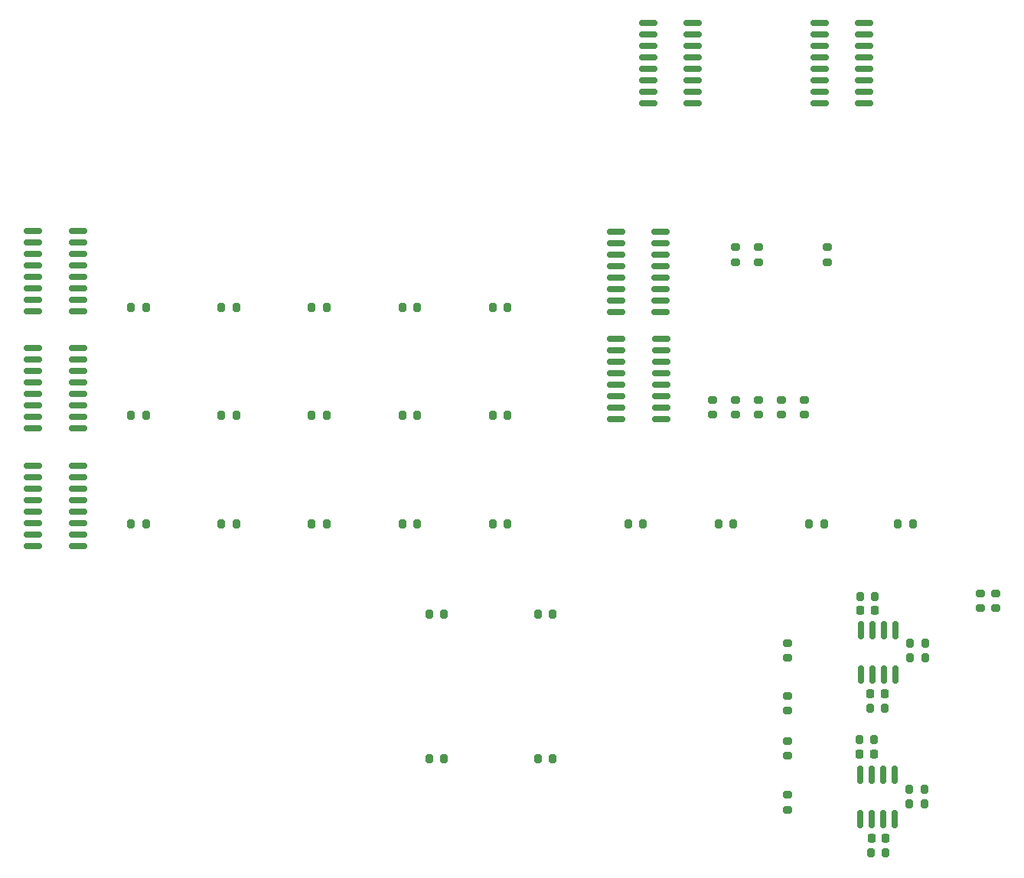
<source format=gbr>
%TF.GenerationSoftware,KiCad,Pcbnew,7.0.2*%
%TF.CreationDate,2025-03-27T17:54:01+00:00*%
%TF.ProjectId,dk2_04b_top,646b325f-3034-4625-9f74-6f702e6b6963,rev?*%
%TF.SameCoordinates,Original*%
%TF.FileFunction,Paste,Bot*%
%TF.FilePolarity,Positive*%
%FSLAX46Y46*%
G04 Gerber Fmt 4.6, Leading zero omitted, Abs format (unit mm)*
G04 Created by KiCad (PCBNEW 7.0.2) date 2025-03-27 17:54:01*
%MOMM*%
%LPD*%
G01*
G04 APERTURE LIST*
G04 Aperture macros list*
%AMRoundRect*
0 Rectangle with rounded corners*
0 $1 Rounding radius*
0 $2 $3 $4 $5 $6 $7 $8 $9 X,Y pos of 4 corners*
0 Add a 4 corners polygon primitive as box body*
4,1,4,$2,$3,$4,$5,$6,$7,$8,$9,$2,$3,0*
0 Add four circle primitives for the rounded corners*
1,1,$1+$1,$2,$3*
1,1,$1+$1,$4,$5*
1,1,$1+$1,$6,$7*
1,1,$1+$1,$8,$9*
0 Add four rect primitives between the rounded corners*
20,1,$1+$1,$2,$3,$4,$5,0*
20,1,$1+$1,$4,$5,$6,$7,0*
20,1,$1+$1,$6,$7,$8,$9,0*
20,1,$1+$1,$8,$9,$2,$3,0*%
G04 Aperture macros list end*
%ADD10RoundRect,0.200000X0.200000X0.275000X-0.200000X0.275000X-0.200000X-0.275000X0.200000X-0.275000X0*%
%ADD11RoundRect,0.200000X-0.275000X0.200000X-0.275000X-0.200000X0.275000X-0.200000X0.275000X0.200000X0*%
%ADD12RoundRect,0.200000X0.275000X-0.200000X0.275000X0.200000X-0.275000X0.200000X-0.275000X-0.200000X0*%
%ADD13RoundRect,0.150000X0.825000X0.150000X-0.825000X0.150000X-0.825000X-0.150000X0.825000X-0.150000X0*%
%ADD14RoundRect,0.200000X-0.200000X-0.275000X0.200000X-0.275000X0.200000X0.275000X-0.200000X0.275000X0*%
%ADD15RoundRect,0.225000X0.225000X0.250000X-0.225000X0.250000X-0.225000X-0.250000X0.225000X-0.250000X0*%
%ADD16RoundRect,0.150000X-0.150000X0.825000X-0.150000X-0.825000X0.150000X-0.825000X0.150000X0.825000X0*%
G04 APERTURE END LIST*
D10*
%TO.C,R23*%
X91000000Y-109000000D03*
X89350000Y-109000000D03*
%TD*%
%TO.C,R27*%
X131000000Y-109000000D03*
X129350000Y-109000000D03*
%TD*%
%TO.C,R29*%
X177100000Y-138400000D03*
X175450000Y-138400000D03*
%TD*%
D11*
%TO.C,R1*%
X162000000Y-122175000D03*
X162000000Y-123825000D03*
%TD*%
D10*
%TO.C,R22*%
X131000000Y-97000000D03*
X129350000Y-97000000D03*
%TD*%
%TO.C,R17*%
X131000000Y-85000000D03*
X129350000Y-85000000D03*
%TD*%
%TO.C,R18*%
X91000000Y-97000000D03*
X89350000Y-97000000D03*
%TD*%
%TO.C,R41*%
X156000000Y-109000000D03*
X154350000Y-109000000D03*
%TD*%
D11*
%TO.C,R11*%
X156210000Y-95250000D03*
X156210000Y-96900000D03*
%TD*%
D10*
%TO.C,R35*%
X177200000Y-122200000D03*
X175550000Y-122200000D03*
%TD*%
D12*
%TO.C,R9*%
X166370000Y-80010000D03*
X166370000Y-78360000D03*
%TD*%
D11*
%TO.C,R5*%
X153670000Y-95250000D03*
X153670000Y-96900000D03*
%TD*%
D10*
%TO.C,R26*%
X121000000Y-109000000D03*
X119350000Y-109000000D03*
%TD*%
%TO.C,R42*%
X166000000Y-109000000D03*
X164350000Y-109000000D03*
%TD*%
D13*
%TO.C,U6*%
X151475000Y-53555000D03*
X151475000Y-54825000D03*
X151475000Y-56095000D03*
X151475000Y-57365000D03*
X151475000Y-58635000D03*
X151475000Y-59905000D03*
X151475000Y-61175000D03*
X151475000Y-62445000D03*
X146525000Y-62445000D03*
X146525000Y-61175000D03*
X146525000Y-59905000D03*
X146525000Y-58635000D03*
X146525000Y-57365000D03*
X146525000Y-56095000D03*
X146525000Y-54825000D03*
X146525000Y-53555000D03*
%TD*%
D10*
%TO.C,R14*%
X101000000Y-85000000D03*
X99350000Y-85000000D03*
%TD*%
D12*
%TO.C,R8*%
X156210000Y-80010000D03*
X156210000Y-78360000D03*
%TD*%
D13*
%TO.C,U1*%
X147950000Y-76650000D03*
X147950000Y-77920000D03*
X147950000Y-79190000D03*
X147950000Y-80460000D03*
X147950000Y-81730000D03*
X147950000Y-83000000D03*
X147950000Y-84270000D03*
X147950000Y-85540000D03*
X143000000Y-85540000D03*
X143000000Y-84270000D03*
X143000000Y-83000000D03*
X143000000Y-81730000D03*
X143000000Y-80460000D03*
X143000000Y-79190000D03*
X143000000Y-77920000D03*
X143000000Y-76650000D03*
%TD*%
D14*
%TO.C,R30*%
X122350000Y-119000000D03*
X124000000Y-119000000D03*
%TD*%
D10*
%TO.C,R15*%
X111000000Y-85000000D03*
X109350000Y-85000000D03*
%TD*%
D14*
%TO.C,R36*%
X122350000Y-135000000D03*
X124000000Y-135000000D03*
%TD*%
D10*
%TO.C,R21*%
X121000000Y-97000000D03*
X119350000Y-97000000D03*
%TD*%
%TO.C,R20*%
X111000000Y-97000000D03*
X109350000Y-97000000D03*
%TD*%
D11*
%TO.C,R10*%
X161290000Y-95250000D03*
X161290000Y-96900000D03*
%TD*%
D10*
%TO.C,R13*%
X91000000Y-85000000D03*
X89350000Y-85000000D03*
%TD*%
D11*
%TO.C,R4*%
X162000000Y-139000000D03*
X162000000Y-140650000D03*
%TD*%
%TO.C,R7*%
X158750000Y-95250000D03*
X158750000Y-96900000D03*
%TD*%
D15*
%TO.C,C4*%
X172700000Y-127800000D03*
X171150000Y-127800000D03*
%TD*%
D10*
%TO.C,R16*%
X121000000Y-85000000D03*
X119350000Y-85000000D03*
%TD*%
D11*
%TO.C,R6*%
X163830000Y-95250000D03*
X163830000Y-96900000D03*
%TD*%
D13*
%TO.C,U2*%
X148000000Y-88460000D03*
X148000000Y-89730000D03*
X148000000Y-91000000D03*
X148000000Y-92270000D03*
X148000000Y-93540000D03*
X148000000Y-94810000D03*
X148000000Y-96080000D03*
X148000000Y-97350000D03*
X143050000Y-97350000D03*
X143050000Y-96080000D03*
X143050000Y-94810000D03*
X143050000Y-93540000D03*
X143050000Y-92270000D03*
X143050000Y-91000000D03*
X143050000Y-89730000D03*
X143050000Y-88460000D03*
%TD*%
D12*
%TO.C,R45*%
X183300000Y-118325000D03*
X183300000Y-116675000D03*
%TD*%
D13*
%TO.C,U9*%
X170475000Y-53555000D03*
X170475000Y-54825000D03*
X170475000Y-56095000D03*
X170475000Y-57365000D03*
X170475000Y-58635000D03*
X170475000Y-59905000D03*
X170475000Y-61175000D03*
X170475000Y-62445000D03*
X165525000Y-62445000D03*
X165525000Y-61175000D03*
X165525000Y-59905000D03*
X165525000Y-58635000D03*
X165525000Y-57365000D03*
X165525000Y-56095000D03*
X165525000Y-54825000D03*
X165525000Y-53555000D03*
%TD*%
D15*
%TO.C,C2*%
X172800000Y-143800000D03*
X171250000Y-143800000D03*
%TD*%
D11*
%TO.C,R2*%
X162000000Y-128000000D03*
X162000000Y-129650000D03*
%TD*%
D12*
%TO.C,R12*%
X158750000Y-80010000D03*
X158750000Y-78360000D03*
%TD*%
D13*
%TO.C,U5*%
X83475000Y-89555000D03*
X83475000Y-90825000D03*
X83475000Y-92095000D03*
X83475000Y-93365000D03*
X83475000Y-94635000D03*
X83475000Y-95905000D03*
X83475000Y-97175000D03*
X83475000Y-98445000D03*
X78525000Y-98445000D03*
X78525000Y-97175000D03*
X78525000Y-95905000D03*
X78525000Y-94635000D03*
X78525000Y-93365000D03*
X78525000Y-92095000D03*
X78525000Y-90825000D03*
X78525000Y-89555000D03*
%TD*%
D15*
%TO.C,C1*%
X171500000Y-134500000D03*
X169950000Y-134500000D03*
%TD*%
D10*
%TO.C,R28*%
X146000000Y-109000000D03*
X144350000Y-109000000D03*
%TD*%
%TO.C,R34*%
X172850000Y-145400000D03*
X171200000Y-145400000D03*
%TD*%
%TO.C,R33*%
X171550000Y-132900000D03*
X169900000Y-132900000D03*
%TD*%
D13*
%TO.C,U10*%
X83475000Y-102555000D03*
X83475000Y-103825000D03*
X83475000Y-105095000D03*
X83475000Y-106365000D03*
X83475000Y-107635000D03*
X83475000Y-108905000D03*
X83475000Y-110175000D03*
X83475000Y-111445000D03*
X78525000Y-111445000D03*
X78525000Y-110175000D03*
X78525000Y-108905000D03*
X78525000Y-107635000D03*
X78525000Y-106365000D03*
X78525000Y-105095000D03*
X78525000Y-103825000D03*
X78525000Y-102555000D03*
%TD*%
D16*
%TO.C,U7*%
X170045000Y-136725000D03*
X171315000Y-136725000D03*
X172585000Y-136725000D03*
X173855000Y-136725000D03*
X173855000Y-141675000D03*
X172585000Y-141675000D03*
X171315000Y-141675000D03*
X170045000Y-141675000D03*
%TD*%
D15*
%TO.C,C3*%
X171600000Y-118600000D03*
X170050000Y-118600000D03*
%TD*%
D12*
%TO.C,R44*%
X185000000Y-118325000D03*
X185000000Y-116675000D03*
%TD*%
D10*
%TO.C,R25*%
X111000000Y-109000000D03*
X109350000Y-109000000D03*
%TD*%
D16*
%TO.C,U8*%
X170080000Y-120725000D03*
X171350000Y-120725000D03*
X172620000Y-120725000D03*
X173890000Y-120725000D03*
X173890000Y-125675000D03*
X172620000Y-125675000D03*
X171350000Y-125675000D03*
X170080000Y-125675000D03*
%TD*%
D10*
%TO.C,R31*%
X177100000Y-140000000D03*
X175450000Y-140000000D03*
%TD*%
%TO.C,R39*%
X171650000Y-117000000D03*
X170000000Y-117000000D03*
%TD*%
D14*
%TO.C,R32*%
X134350000Y-119000000D03*
X136000000Y-119000000D03*
%TD*%
D10*
%TO.C,R43*%
X175825000Y-109000000D03*
X174175000Y-109000000D03*
%TD*%
D11*
%TO.C,R3*%
X162000000Y-133000000D03*
X162000000Y-134650000D03*
%TD*%
D10*
%TO.C,R37*%
X177200000Y-123800000D03*
X175550000Y-123800000D03*
%TD*%
D14*
%TO.C,R38*%
X134350000Y-135000000D03*
X136000000Y-135000000D03*
%TD*%
D10*
%TO.C,R40*%
X172750000Y-129400000D03*
X171100000Y-129400000D03*
%TD*%
%TO.C,R19*%
X101000000Y-97000000D03*
X99350000Y-97000000D03*
%TD*%
%TO.C,R24*%
X101000000Y-109000000D03*
X99350000Y-109000000D03*
%TD*%
D13*
%TO.C,U4*%
X83475000Y-76555000D03*
X83475000Y-77825000D03*
X83475000Y-79095000D03*
X83475000Y-80365000D03*
X83475000Y-81635000D03*
X83475000Y-82905000D03*
X83475000Y-84175000D03*
X83475000Y-85445000D03*
X78525000Y-85445000D03*
X78525000Y-84175000D03*
X78525000Y-82905000D03*
X78525000Y-81635000D03*
X78525000Y-80365000D03*
X78525000Y-79095000D03*
X78525000Y-77825000D03*
X78525000Y-76555000D03*
%TD*%
M02*

</source>
